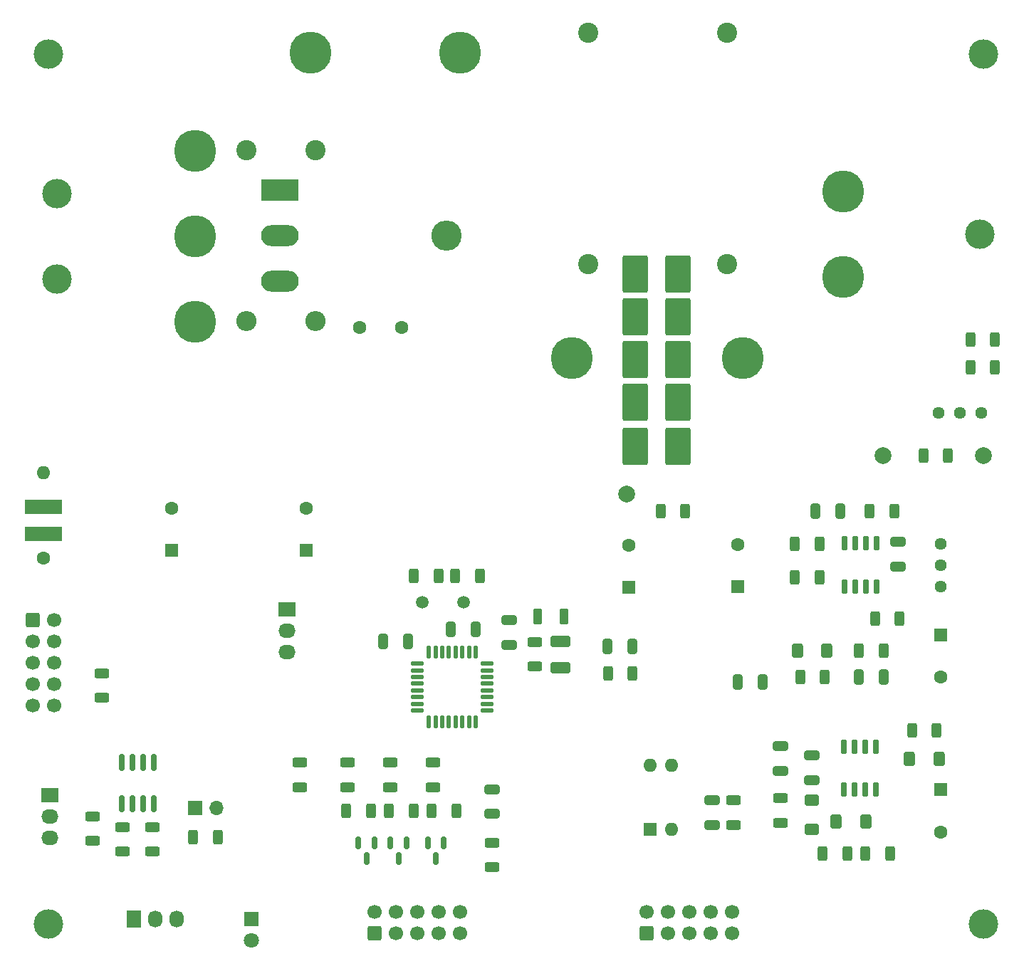
<source format=gbs>
G04 #@! TF.GenerationSoftware,KiCad,Pcbnew,7.0.2*
G04 #@! TF.CreationDate,2023-07-17T11:38:03+02:00*
G04 #@! TF.ProjectId,Module_2,4d6f6475-6c65-45f3-922e-6b696361645f,rev?*
G04 #@! TF.SameCoordinates,Original*
G04 #@! TF.FileFunction,Soldermask,Bot*
G04 #@! TF.FilePolarity,Negative*
%FSLAX46Y46*%
G04 Gerber Fmt 4.6, Leading zero omitted, Abs format (unit mm)*
G04 Created by KiCad (PCBNEW 7.0.2) date 2023-07-17 11:38:03*
%MOMM*%
%LPD*%
G01*
G04 APERTURE LIST*
G04 Aperture macros list*
%AMRoundRect*
0 Rectangle with rounded corners*
0 $1 Rounding radius*
0 $2 $3 $4 $5 $6 $7 $8 $9 X,Y pos of 4 corners*
0 Add a 4 corners polygon primitive as box body*
4,1,4,$2,$3,$4,$5,$6,$7,$8,$9,$2,$3,0*
0 Add four circle primitives for the rounded corners*
1,1,$1+$1,$2,$3*
1,1,$1+$1,$4,$5*
1,1,$1+$1,$6,$7*
1,1,$1+$1,$8,$9*
0 Add four rect primitives between the rounded corners*
20,1,$1+$1,$2,$3,$4,$5,0*
20,1,$1+$1,$4,$5,$6,$7,0*
20,1,$1+$1,$6,$7,$8,$9,0*
20,1,$1+$1,$8,$9,$2,$3,0*%
G04 Aperture macros list end*
%ADD10RoundRect,0.250000X-0.600000X-0.600000X0.600000X-0.600000X0.600000X0.600000X-0.600000X0.600000X0*%
%ADD11C,1.700000*%
%ADD12R,1.600000X1.600000*%
%ADD13C,1.600000*%
%ADD14C,5.000000*%
%ADD15C,2.400000*%
%ADD16O,2.400000X2.400000*%
%ADD17RoundRect,0.250000X0.600000X-0.600000X0.600000X0.600000X-0.600000X0.600000X-0.600000X-0.600000X0*%
%ADD18C,3.500000*%
%ADD19R,1.800000X1.800000*%
%ADD20C,1.800000*%
%ADD21R,1.730000X2.030000*%
%ADD22O,1.730000X2.030000*%
%ADD23C,2.000000*%
%ADD24C,1.500000*%
%ADD25O,1.600000X1.600000*%
%ADD26R,2.030000X1.730000*%
%ADD27O,2.030000X1.730000*%
%ADD28R,1.700000X1.700000*%
%ADD29O,1.700000X1.700000*%
%ADD30C,1.440000*%
%ADD31RoundRect,0.250000X-0.312500X-0.625000X0.312500X-0.625000X0.312500X0.625000X-0.312500X0.625000X0*%
%ADD32RoundRect,0.150000X-0.150000X0.587500X-0.150000X-0.587500X0.150000X-0.587500X0.150000X0.587500X0*%
%ADD33RoundRect,0.250001X-1.262499X-1.974999X1.262499X-1.974999X1.262499X1.974999X-1.262499X1.974999X0*%
%ADD34R,4.500000X1.750000*%
%ADD35RoundRect,0.250000X0.325000X0.650000X-0.325000X0.650000X-0.325000X-0.650000X0.325000X-0.650000X0*%
%ADD36RoundRect,0.250000X-0.625000X0.312500X-0.625000X-0.312500X0.625000X-0.312500X0.625000X0.312500X0*%
%ADD37RoundRect,0.250000X-0.400000X-0.600000X0.400000X-0.600000X0.400000X0.600000X-0.400000X0.600000X0*%
%ADD38RoundRect,0.250000X0.650000X-0.325000X0.650000X0.325000X-0.650000X0.325000X-0.650000X-0.325000X0*%
%ADD39RoundRect,0.250000X-0.650000X0.325000X-0.650000X-0.325000X0.650000X-0.325000X0.650000X0.325000X0*%
%ADD40RoundRect,0.250000X-0.325000X-0.650000X0.325000X-0.650000X0.325000X0.650000X-0.325000X0.650000X0*%
%ADD41RoundRect,0.250000X0.275000X0.700000X-0.275000X0.700000X-0.275000X-0.700000X0.275000X-0.700000X0*%
%ADD42RoundRect,0.250000X0.312500X0.625000X-0.312500X0.625000X-0.312500X-0.625000X0.312500X-0.625000X0*%
%ADD43RoundRect,0.250000X0.625000X-0.312500X0.625000X0.312500X-0.625000X0.312500X-0.625000X-0.312500X0*%
%ADD44RoundRect,0.125000X-0.125000X0.625000X-0.125000X-0.625000X0.125000X-0.625000X0.125000X0.625000X0*%
%ADD45RoundRect,0.125000X-0.625000X0.125000X-0.625000X-0.125000X0.625000X-0.125000X0.625000X0.125000X0*%
%ADD46RoundRect,0.150000X-0.150000X0.725000X-0.150000X-0.725000X0.150000X-0.725000X0.150000X0.725000X0*%
%ADD47RoundRect,0.250000X-0.925000X0.412500X-0.925000X-0.412500X0.925000X-0.412500X0.925000X0.412500X0*%
%ADD48RoundRect,0.150000X-0.150000X0.825000X-0.150000X-0.825000X0.150000X-0.825000X0.150000X0.825000X0*%
%ADD49RoundRect,0.250000X-0.600000X0.400000X-0.600000X-0.400000X0.600000X-0.400000X0.600000X0.400000X0*%
%ADD50RoundRect,0.250000X0.400000X0.600000X-0.400000X0.600000X-0.400000X-0.600000X0.400000X-0.600000X0*%
%ADD51O,3.600000X3.600000*%
%ADD52R,4.500000X2.500000*%
%ADD53O,4.500000X2.500000*%
G04 APERTURE END LIST*
D10*
X45720000Y-102870000D03*
D11*
X48260000Y-102870000D03*
X45720000Y-105410000D03*
X48260000Y-105410000D03*
X45720000Y-107950000D03*
X48260000Y-107950000D03*
X45720000Y-110490000D03*
X48260000Y-110490000D03*
X45720000Y-113030000D03*
X48260000Y-113030000D03*
D12*
X62230000Y-94604651D03*
D13*
X62230000Y-89604651D03*
D12*
X116586000Y-98980000D03*
D13*
X116586000Y-93980000D03*
D14*
X130175000Y-71755000D03*
D15*
X71120000Y-46990000D03*
D16*
X71120000Y-67310000D03*
D12*
X78232000Y-94604651D03*
D13*
X78232000Y-89604651D03*
D17*
X118745000Y-140135000D03*
D11*
X118745000Y-137595000D03*
X121285000Y-140135000D03*
X121285000Y-137595000D03*
X123825000Y-140135000D03*
X123825000Y-137595000D03*
X126365000Y-140135000D03*
X126365000Y-137595000D03*
X128905000Y-140135000D03*
X128905000Y-137595000D03*
D17*
X86360000Y-140135000D03*
D11*
X86360000Y-137595000D03*
X88900000Y-140135000D03*
X88900000Y-137595000D03*
X91440000Y-140135000D03*
X91440000Y-137595000D03*
X93980000Y-140135000D03*
X93980000Y-137595000D03*
X96520000Y-140135000D03*
X96520000Y-137595000D03*
D12*
X153670000Y-104655000D03*
D13*
X153670000Y-109655000D03*
D18*
X158305500Y-56950000D03*
D14*
X142049500Y-62030000D03*
X142049500Y-51870000D03*
D19*
X71755000Y-138430000D03*
D20*
X71755000Y-140970000D03*
D21*
X57785000Y-138430000D03*
D22*
X60325000Y-138430000D03*
X62865000Y-138430000D03*
D23*
X158750000Y-83312000D03*
D18*
X48641000Y-52160500D03*
X48641000Y-62320500D03*
D14*
X65024000Y-47080500D03*
X65024000Y-57240500D03*
X65024000Y-67400500D03*
D18*
X158750000Y-35560000D03*
D24*
X92075000Y-100765000D03*
X96955000Y-100765000D03*
D15*
X79375000Y-46990000D03*
D16*
X79375000Y-67310000D03*
D12*
X119126000Y-127762000D03*
D25*
X121666000Y-127762000D03*
X121666000Y-120142000D03*
X119126000Y-120142000D03*
D15*
X111760000Y-33040000D03*
X111760000Y-60540000D03*
D23*
X116332000Y-87884000D03*
D13*
X46990000Y-95504000D03*
D25*
X46990000Y-85344000D03*
D13*
X84622000Y-68072000D03*
X89622000Y-68072000D03*
D18*
X158750000Y-139065000D03*
D14*
X78740000Y-35360000D03*
D15*
X128270000Y-33040000D03*
X128270000Y-60540000D03*
D26*
X47752000Y-123698000D03*
D27*
X47752000Y-126238000D03*
X47752000Y-128778000D03*
D28*
X65019000Y-125222000D03*
D29*
X67559000Y-125222000D03*
D26*
X75946000Y-101600000D03*
D27*
X75946000Y-104140000D03*
X75946000Y-106680000D03*
D18*
X47625000Y-139065000D03*
D23*
X146812000Y-83312000D03*
D14*
X109855000Y-71755000D03*
X96520000Y-35360000D03*
D30*
X158496000Y-78232000D03*
X155956000Y-78232000D03*
X153416000Y-78232000D03*
D12*
X129540000Y-98922651D03*
D13*
X129540000Y-93922651D03*
D18*
X47625000Y-35560000D03*
D12*
X153670000Y-123070000D03*
D13*
X153670000Y-128070000D03*
D30*
X153670000Y-93780000D03*
X153670000Y-96320000D03*
X153670000Y-98860000D03*
D31*
X144742500Y-130610000D03*
X147667500Y-130610000D03*
D32*
X88270000Y-129340000D03*
X90170000Y-129340000D03*
X89220000Y-131215000D03*
D33*
X117403000Y-61722000D03*
X122428000Y-61722000D03*
D34*
X46990000Y-92658000D03*
X46990000Y-89408000D03*
D35*
X146890000Y-109655000D03*
X143940000Y-109655000D03*
D31*
X150265000Y-116005000D03*
X153190000Y-116005000D03*
D36*
X53975000Y-109220000D03*
X53975000Y-112145000D03*
D31*
X93152500Y-125530000D03*
X96077500Y-125530000D03*
X120396000Y-89916000D03*
X123321000Y-89916000D03*
D37*
X141280000Y-126800000D03*
X144780000Y-126800000D03*
D36*
X52832000Y-126238000D03*
X52832000Y-129163000D03*
D38*
X148590000Y-96525000D03*
X148590000Y-93575000D03*
D39*
X126492000Y-124316500D03*
X126492000Y-127266500D03*
D40*
X138782000Y-89916000D03*
X141732000Y-89916000D03*
D37*
X149977500Y-119380000D03*
X153477500Y-119380000D03*
D32*
X92710000Y-129340000D03*
X94610000Y-129340000D03*
X93660000Y-131215000D03*
D38*
X134620000Y-120855000D03*
X134620000Y-117905000D03*
X138392500Y-121925000D03*
X138392500Y-118975000D03*
D41*
X108890000Y-102489000D03*
X105740000Y-102489000D03*
D36*
X56388000Y-127508000D03*
X56388000Y-130433000D03*
X59944000Y-127508000D03*
X59944000Y-130433000D03*
D42*
X117032500Y-109220000D03*
X114107500Y-109220000D03*
D43*
X134620000Y-126992500D03*
X134620000Y-124067500D03*
D42*
X160151000Y-72825000D03*
X157226000Y-72825000D03*
D31*
X82992500Y-125530000D03*
X85917500Y-125530000D03*
D33*
X117403000Y-71882000D03*
X122428000Y-71882000D03*
X117375500Y-66802000D03*
X122400500Y-66802000D03*
D36*
X105410000Y-105471500D03*
X105410000Y-108396500D03*
D42*
X148782500Y-102670000D03*
X145857500Y-102670000D03*
D36*
X77470000Y-119822500D03*
X77470000Y-122747500D03*
D32*
X84455000Y-129340000D03*
X86355000Y-129340000D03*
X85405000Y-131215000D03*
D31*
X64805000Y-128705000D03*
X67730000Y-128705000D03*
D43*
X100330000Y-132265000D03*
X100330000Y-129340000D03*
D44*
X92815000Y-106680000D03*
X93615000Y-106680000D03*
X94415000Y-106680000D03*
X95215000Y-106680000D03*
X96015000Y-106680000D03*
X96815000Y-106680000D03*
X97615000Y-106680000D03*
X98415000Y-106680000D03*
D45*
X99790000Y-108055000D03*
X99790000Y-108855000D03*
X99790000Y-109655000D03*
X99790000Y-110455000D03*
X99790000Y-111255000D03*
X99790000Y-112055000D03*
X99790000Y-112855000D03*
X99790000Y-113655000D03*
D44*
X98415000Y-115030000D03*
X97615000Y-115030000D03*
X96815000Y-115030000D03*
X96015000Y-115030000D03*
X95215000Y-115030000D03*
X94415000Y-115030000D03*
X93615000Y-115030000D03*
X92815000Y-115030000D03*
D45*
X91440000Y-113655000D03*
X91440000Y-112855000D03*
X91440000Y-112055000D03*
X91440000Y-111255000D03*
X91440000Y-110455000D03*
X91440000Y-109655000D03*
X91440000Y-108855000D03*
X91440000Y-108055000D03*
D42*
X139257500Y-93780000D03*
X136332500Y-93780000D03*
D43*
X88265000Y-122740000D03*
X88265000Y-119815000D03*
D31*
X145222500Y-89916000D03*
X148147500Y-89916000D03*
D33*
X117375500Y-82242000D03*
X122400500Y-82242000D03*
D46*
X142202500Y-117910000D03*
X143472500Y-117910000D03*
X144742500Y-117910000D03*
X146012500Y-117910000D03*
X146012500Y-123060000D03*
X144742500Y-123060000D03*
X143472500Y-123060000D03*
X142202500Y-123060000D03*
D35*
X132490000Y-110236000D03*
X129540000Y-110236000D03*
D47*
X108458000Y-105456000D03*
X108458000Y-108531000D03*
D42*
X146877500Y-106480000D03*
X143952500Y-106480000D03*
X93980000Y-97590000D03*
X91055000Y-97590000D03*
D31*
X95942500Y-97590000D03*
X98867500Y-97590000D03*
D42*
X139892500Y-109655000D03*
X136967500Y-109655000D03*
D48*
X56300000Y-119815000D03*
X57570000Y-119815000D03*
X58840000Y-119815000D03*
X60110000Y-119815000D03*
X60110000Y-124765000D03*
X58840000Y-124765000D03*
X57570000Y-124765000D03*
X56300000Y-124765000D03*
D46*
X142240000Y-93710000D03*
X143510000Y-93710000D03*
X144780000Y-93710000D03*
X146050000Y-93710000D03*
X146050000Y-98860000D03*
X144780000Y-98860000D03*
X143510000Y-98860000D03*
X142240000Y-98860000D03*
D31*
X88072500Y-125530000D03*
X90997500Y-125530000D03*
D38*
X102362000Y-105820000D03*
X102362000Y-102870000D03*
D33*
X117375500Y-76962000D03*
X122400500Y-76962000D03*
D49*
X138392500Y-124260000D03*
X138392500Y-127760000D03*
D50*
X140180000Y-106480000D03*
X136680000Y-106480000D03*
D40*
X114095000Y-106045000D03*
X117045000Y-106045000D03*
D43*
X129032000Y-127254000D03*
X129032000Y-124329000D03*
X93345000Y-122740000D03*
X93345000Y-119815000D03*
D31*
X157226000Y-69535000D03*
X160151000Y-69535000D03*
D42*
X139257500Y-97790000D03*
X136332500Y-97790000D03*
X154563000Y-83312000D03*
X151638000Y-83312000D03*
D39*
X100330000Y-122990000D03*
X100330000Y-125940000D03*
D42*
X142587500Y-130610000D03*
X139662500Y-130610000D03*
D40*
X95475000Y-103940000D03*
X98425000Y-103940000D03*
D51*
X94965000Y-57150000D03*
D52*
X75105000Y-51700000D03*
D53*
X75105000Y-57150000D03*
X75105000Y-62600000D03*
D43*
X83185000Y-122740000D03*
X83185000Y-119815000D03*
D40*
X87376000Y-105410000D03*
X90326000Y-105410000D03*
M02*

</source>
